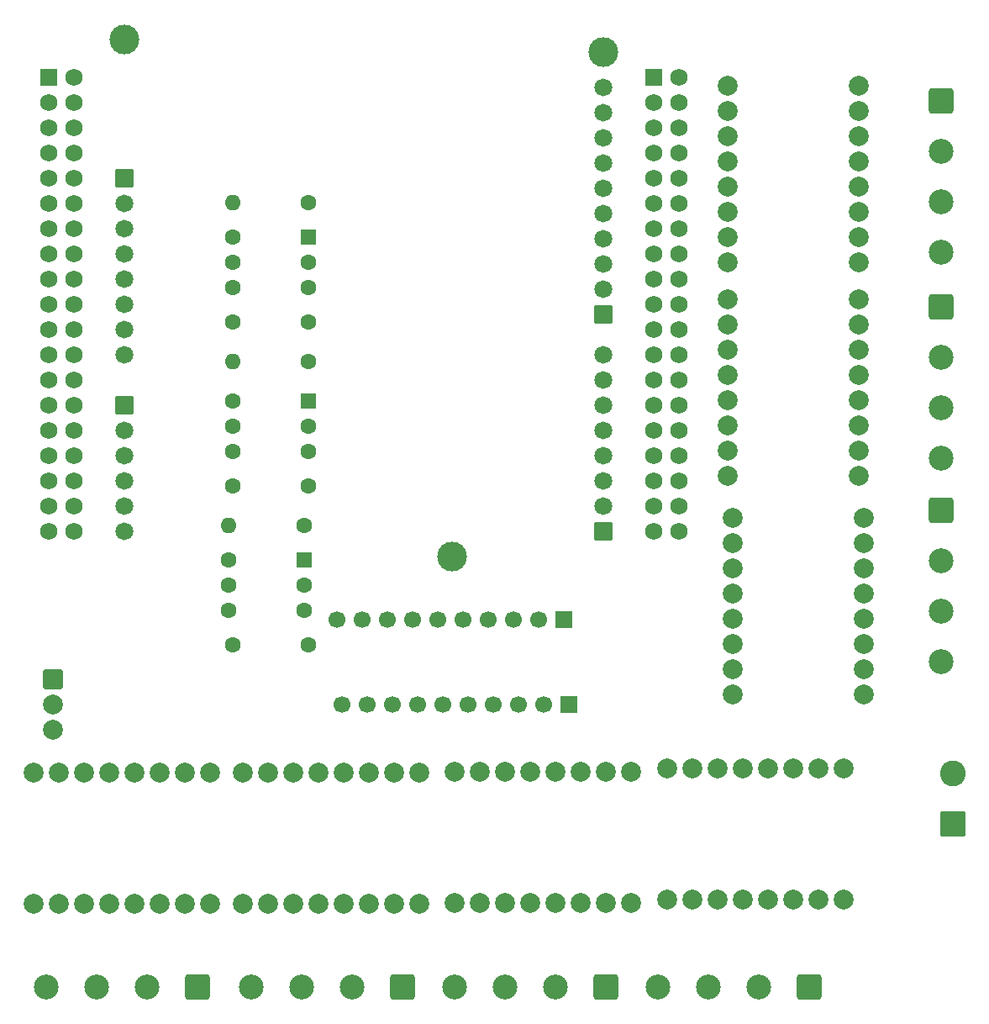
<source format=gbr>
%TF.GenerationSoftware,KiCad,Pcbnew,9.0.5*%
%TF.CreationDate,2025-10-28T11:21:23+01:00*%
%TF.ProjectId,wokringv1ar,776f6b72-696e-4677-9631-61722e6b6963,rev?*%
%TF.SameCoordinates,Original*%
%TF.FileFunction,Soldermask,Top*%
%TF.FilePolarity,Negative*%
%FSLAX46Y46*%
G04 Gerber Fmt 4.6, Leading zero omitted, Abs format (unit mm)*
G04 Created by KiCad (PCBNEW 9.0.5) date 2025-10-28 11:21:23*
%MOMM*%
%LPD*%
G01*
G04 APERTURE LIST*
G04 Aperture macros list*
%AMRoundRect*
0 Rectangle with rounded corners*
0 $1 Rounding radius*
0 $2 $3 $4 $5 $6 $7 $8 $9 X,Y pos of 4 corners*
0 Add a 4 corners polygon primitive as box body*
4,1,4,$2,$3,$4,$5,$6,$7,$8,$9,$2,$3,0*
0 Add four circle primitives for the rounded corners*
1,1,$1+$1,$2,$3*
1,1,$1+$1,$4,$5*
1,1,$1+$1,$6,$7*
1,1,$1+$1,$8,$9*
0 Add four rect primitives between the rounded corners*
20,1,$1+$1,$2,$3,$4,$5,0*
20,1,$1+$1,$4,$5,$6,$7,0*
20,1,$1+$1,$6,$7,$8,$9,0*
20,1,$1+$1,$8,$9,$2,$3,0*%
G04 Aperture macros list end*
%ADD10RoundRect,0.250000X-1.000000X1.000000X-1.000000X-1.000000X1.000000X-1.000000X1.000000X1.000000X0*%
%ADD11C,2.500000*%
%ADD12C,3.000000*%
%ADD13RoundRect,0.102000X-0.802500X-0.802500X0.802500X-0.802500X0.802500X0.802500X-0.802500X0.802500X0*%
%ADD14C,1.809000*%
%ADD15RoundRect,0.102000X-0.765000X-0.765000X0.765000X-0.765000X0.765000X0.765000X-0.765000X0.765000X0*%
%ADD16C,1.734000*%
%ADD17C,2.000000*%
%ADD18RoundRect,0.250000X1.000000X1.000000X-1.000000X1.000000X-1.000000X-1.000000X1.000000X-1.000000X0*%
%ADD19RoundRect,0.250000X-0.750000X0.750000X-0.750000X-0.750000X0.750000X-0.750000X0.750000X0.750000X0*%
%ADD20R,1.700000X1.700000*%
%ADD21C,1.700000*%
%ADD22RoundRect,0.250000X1.050000X-1.050000X1.050000X1.050000X-1.050000X1.050000X-1.050000X-1.050000X0*%
%ADD23C,2.600000*%
%ADD24RoundRect,0.250000X0.550000X0.550000X-0.550000X0.550000X-0.550000X-0.550000X0.550000X-0.550000X0*%
%ADD25C,1.600000*%
%ADD26O,1.600000X1.600000*%
G04 APERTURE END LIST*
D10*
%TO.C,MM6*%
X181500000Y-79000000D03*
D11*
X181500000Y-84080000D03*
X181500000Y-89160000D03*
X181500000Y-94240000D03*
%TD*%
D12*
%TO.C,U1*%
X99240000Y-52050000D03*
X132260000Y-104120000D03*
X147500000Y-53320000D03*
D13*
X147500000Y-79740000D03*
D14*
X147500000Y-77200000D03*
X147500000Y-74660000D03*
X147500000Y-72120000D03*
X147500000Y-69580000D03*
X147500000Y-67040000D03*
X147500000Y-64500000D03*
X147500000Y-61960000D03*
X147500000Y-59420000D03*
X147500000Y-56880000D03*
D13*
X99240000Y-66020000D03*
D14*
X99240000Y-68560000D03*
X99240000Y-71100000D03*
X99240000Y-73640000D03*
X99240000Y-76180000D03*
X99240000Y-78720000D03*
X99240000Y-81260000D03*
X99240000Y-83800000D03*
D15*
X91620000Y-55860000D03*
D16*
X94160000Y-55860000D03*
X91620000Y-58400000D03*
X94160000Y-58400000D03*
X91620000Y-60940000D03*
X94160000Y-60940000D03*
X91620000Y-63480000D03*
X94160000Y-63480000D03*
X91620000Y-66020000D03*
X94160000Y-66020000D03*
X91620000Y-68560000D03*
X94160000Y-68560000D03*
X91620000Y-71100000D03*
X94160000Y-71100000D03*
X91620000Y-73640000D03*
X94160000Y-73640000D03*
X91620000Y-76180000D03*
X94160000Y-76180000D03*
X91620000Y-78720000D03*
X94160000Y-78720000D03*
X91620000Y-81260000D03*
X94160000Y-81260000D03*
X91620000Y-83800000D03*
X94160000Y-83800000D03*
X91620000Y-86340000D03*
X94160000Y-86340000D03*
X91620000Y-88880000D03*
X94160000Y-88880000D03*
X91620000Y-91420000D03*
X94160000Y-91420000D03*
X91620000Y-93960000D03*
X94160000Y-93960000D03*
X91620000Y-96500000D03*
X94160000Y-96500000D03*
X91620000Y-99040000D03*
X94160000Y-99040000D03*
X91620000Y-101580000D03*
X94160000Y-101580000D03*
D13*
X99240000Y-88880000D03*
D14*
X99240000Y-91420000D03*
X99240000Y-93960000D03*
X99240000Y-96500000D03*
X99240000Y-99040000D03*
X99240000Y-101580000D03*
D13*
X147500000Y-101580000D03*
D14*
X147500000Y-99040000D03*
X147500000Y-96500000D03*
X147500000Y-93960000D03*
X147500000Y-91420000D03*
X147500000Y-88880000D03*
X147500000Y-86340000D03*
X147500000Y-83800000D03*
D15*
X152580000Y-55860000D03*
D16*
X155120000Y-55860000D03*
X152580000Y-58400000D03*
X155120000Y-58400000D03*
X152580000Y-60940000D03*
X155120000Y-60940000D03*
X152580000Y-63480000D03*
X155120000Y-63480000D03*
X152580000Y-66020000D03*
X155120000Y-66020000D03*
X152580000Y-68560000D03*
X155120000Y-68560000D03*
X152580000Y-71100000D03*
X155120000Y-71100000D03*
X152580000Y-73640000D03*
X155120000Y-73640000D03*
X152580000Y-76180000D03*
X155120000Y-76180000D03*
X152580000Y-78720000D03*
X155120000Y-78720000D03*
X152580000Y-81260000D03*
X155120000Y-81260000D03*
X152580000Y-83800000D03*
X155120000Y-83800000D03*
X152580000Y-86340000D03*
X155120000Y-86340000D03*
X152580000Y-88880000D03*
X155120000Y-88880000D03*
X152580000Y-91420000D03*
X155120000Y-91420000D03*
X152580000Y-93960000D03*
X155120000Y-93960000D03*
X152580000Y-96500000D03*
X155120000Y-96500000D03*
X152580000Y-99040000D03*
X155120000Y-99040000D03*
X152580000Y-101580000D03*
X155120000Y-101580000D03*
%TD*%
D17*
%TO.C,TMC2*%
X128930000Y-125896000D03*
X126390000Y-125896000D03*
X123850000Y-125896000D03*
X121310000Y-125896000D03*
X118770000Y-125896000D03*
X116230000Y-125896000D03*
X113690000Y-125896000D03*
X111150000Y-125896000D03*
X128930000Y-139104000D03*
X126390000Y-139104000D03*
X123850000Y-139104000D03*
X121310000Y-139104000D03*
X118770000Y-139104000D03*
X116230000Y-139104000D03*
X113690000Y-139104000D03*
X111150000Y-139104000D03*
%TD*%
D18*
%TO.C,MM2*%
X127240000Y-147500000D03*
D11*
X122160000Y-147500000D03*
X117080000Y-147500000D03*
X112000000Y-147500000D03*
%TD*%
D19*
%TO.C,J1*%
X92000000Y-116500000D03*
D17*
X92000000Y-119040000D03*
X92000000Y-121580000D03*
%TD*%
%TO.C,TMC1*%
X107850000Y-125896000D03*
X105310000Y-125896000D03*
X102770000Y-125896000D03*
X100230000Y-125896000D03*
X97690000Y-125896000D03*
X95150000Y-125896000D03*
X92610000Y-125896000D03*
X90070000Y-125896000D03*
X107850000Y-139104000D03*
X105310000Y-139104000D03*
X102770000Y-139104000D03*
X100230000Y-139104000D03*
X97690000Y-139104000D03*
X95150000Y-139104000D03*
X92610000Y-139104000D03*
X90070000Y-139104000D03*
%TD*%
D10*
%TO.C,MM5*%
X181500000Y-99500000D03*
D11*
X181500000Y-104580000D03*
X181500000Y-109660000D03*
X181500000Y-114740000D03*
%TD*%
D10*
%TO.C,MM7*%
X181500000Y-58260000D03*
D11*
X181500000Y-63340000D03*
X181500000Y-68420000D03*
X181500000Y-73500000D03*
%TD*%
D17*
%TO.C,TMC3*%
X150240000Y-125792000D03*
X147700000Y-125792000D03*
X145160000Y-125792000D03*
X142620000Y-125792000D03*
X140080000Y-125792000D03*
X137540000Y-125792000D03*
X135000000Y-125792000D03*
X132460000Y-125792000D03*
X150240000Y-139000000D03*
X147700000Y-139000000D03*
X145160000Y-139000000D03*
X142620000Y-139000000D03*
X140080000Y-139000000D03*
X137540000Y-139000000D03*
X135000000Y-139000000D03*
X132460000Y-139000000D03*
%TD*%
%TO.C,TMC5*%
X160500000Y-100260000D03*
X160500000Y-102800000D03*
X160500000Y-105340000D03*
X160500000Y-107880000D03*
X160500000Y-110420000D03*
X160500000Y-112960000D03*
X160500000Y-115500000D03*
X160500000Y-118040000D03*
X173708000Y-100260000D03*
X173708000Y-102800000D03*
X173708000Y-105340000D03*
X173708000Y-107880000D03*
X173708000Y-110420000D03*
X173708000Y-112960000D03*
X173708000Y-115500000D03*
X173708000Y-118040000D03*
%TD*%
%TO.C,TMC7*%
X160000000Y-56720000D03*
X160000000Y-59260000D03*
X160000000Y-61800000D03*
X160000000Y-64340000D03*
X160000000Y-66880000D03*
X160000000Y-69420000D03*
X160000000Y-71960000D03*
X160000000Y-74500000D03*
X173208000Y-56720000D03*
X173208000Y-59260000D03*
X173208000Y-61800000D03*
X173208000Y-64340000D03*
X173208000Y-66880000D03*
X173208000Y-69420000D03*
X173208000Y-71960000D03*
X173208000Y-74500000D03*
%TD*%
%TO.C,TMC4*%
X171740000Y-125500000D03*
X169200000Y-125500000D03*
X166660000Y-125500000D03*
X164120000Y-125500000D03*
X161580000Y-125500000D03*
X159040000Y-125500000D03*
X156500000Y-125500000D03*
X153960000Y-125500000D03*
X171740000Y-138708000D03*
X169200000Y-138708000D03*
X166660000Y-138708000D03*
X164120000Y-138708000D03*
X161580000Y-138708000D03*
X159040000Y-138708000D03*
X156500000Y-138708000D03*
X153960000Y-138708000D03*
%TD*%
D18*
%TO.C,MM4*%
X168240000Y-147500000D03*
D11*
X163160000Y-147500000D03*
X158080000Y-147500000D03*
X153000000Y-147500000D03*
%TD*%
D17*
%TO.C,TMC6*%
X160000000Y-78220000D03*
X160000000Y-80760000D03*
X160000000Y-83300000D03*
X160000000Y-85840000D03*
X160000000Y-88380000D03*
X160000000Y-90920000D03*
X160000000Y-93460000D03*
X160000000Y-96000000D03*
X173208000Y-78220000D03*
X173208000Y-80760000D03*
X173208000Y-83300000D03*
X173208000Y-85840000D03*
X173208000Y-88380000D03*
X173208000Y-90920000D03*
X173208000Y-93460000D03*
X173208000Y-96000000D03*
%TD*%
D20*
%TO.C,Encoder_MUX_VIO1*%
X144040000Y-119045000D03*
D21*
X141500000Y-119045000D03*
X138960000Y-119045000D03*
X136420000Y-119045000D03*
X133880000Y-119045000D03*
X131340000Y-119045000D03*
X128800000Y-119045000D03*
X126260000Y-119045000D03*
X123720000Y-119045000D03*
X121180000Y-119045000D03*
%TD*%
D18*
%TO.C,MM3*%
X147740000Y-147500000D03*
D11*
X142660000Y-147500000D03*
X137580000Y-147500000D03*
X132500000Y-147500000D03*
%TD*%
D18*
%TO.C,MM1*%
X106620000Y-147500000D03*
D11*
X101540000Y-147500000D03*
X96460000Y-147500000D03*
X91380000Y-147500000D03*
%TD*%
D22*
%TO.C,PS1*%
X182667500Y-131045000D03*
D23*
X182667500Y-125965000D03*
%TD*%
D20*
%TO.C,Encoder_MUX_GND1*%
X143540000Y-110500000D03*
D21*
X141000000Y-110500000D03*
X138460000Y-110500000D03*
X135920000Y-110500000D03*
X133380000Y-110500000D03*
X130840000Y-110500000D03*
X128300000Y-110500000D03*
X125760000Y-110500000D03*
X123220000Y-110500000D03*
X120680000Y-110500000D03*
%TD*%
D24*
%TO.C,OC1*%
X117805000Y-71960000D03*
D25*
X117805000Y-74500000D03*
X117805000Y-77040000D03*
X110185000Y-77040000D03*
X110185000Y-74500000D03*
X110185000Y-71960000D03*
%TD*%
%TO.C,R4*%
X117810000Y-80500000D03*
X110190000Y-80500000D03*
%TD*%
D24*
%TO.C,OC2*%
X117805000Y-88460000D03*
D25*
X117805000Y-91000000D03*
X117805000Y-93540000D03*
X110185000Y-93540000D03*
X110185000Y-91000000D03*
X110185000Y-88460000D03*
%TD*%
%TO.C,R3*%
X117310000Y-101000000D03*
D26*
X109690000Y-101000000D03*
%TD*%
D25*
%TO.C,R2*%
X117810000Y-84500000D03*
D26*
X110190000Y-84500000D03*
%TD*%
D25*
%TO.C,R5*%
X117810000Y-97000000D03*
X110190000Y-97000000D03*
%TD*%
D24*
%TO.C,OC3*%
X117305000Y-104460000D03*
D25*
X117305000Y-107000000D03*
X117305000Y-109540000D03*
X109685000Y-109540000D03*
X109685000Y-107000000D03*
X109685000Y-104460000D03*
%TD*%
%TO.C,R6*%
X117810000Y-113000000D03*
X110190000Y-113000000D03*
%TD*%
%TO.C,R1*%
X117810000Y-68500000D03*
D26*
X110190000Y-68500000D03*
%TD*%
M02*

</source>
